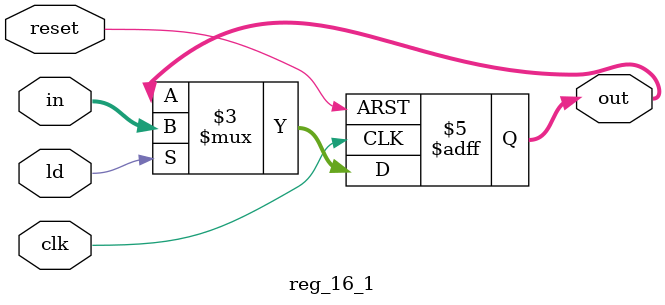
<source format=v>
module reg_16(in, clk, ld, reset, out);
	input wire [15:0] in;
	input clk, ld, reset;
	output reg [15:0] out;
	always @(posedge clk or  posedge reset )
		begin
			if(reset)
				out = 16'b0;
			else
				begin
					if(ld)
						out = in;
					else
						out = out;
				end	
		end
endmodule

module reg_16_1(in, clk, ld, reset, out);
	input wire [15:0] in;
	input clk, ld, reset;
	output reg [15:0] out;
	always @(posedge clk or  posedge reset )
		begin
			if(reset)
				out = 16'b1111111111111000;
			else
				begin
					if(ld)
						out = in;
					else
						out = out;
				end	
		end
endmodule
</source>
